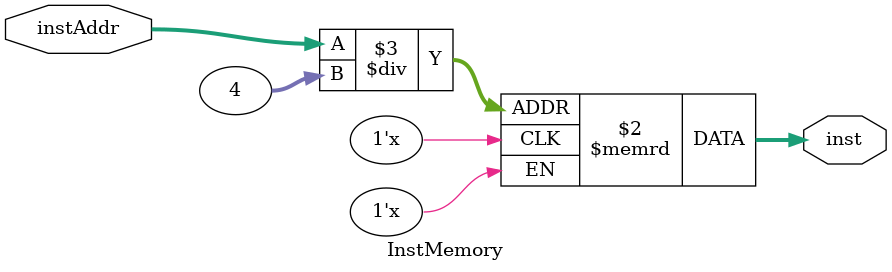
<source format=v>
`timescale 1ns / 1ps


module InstMemory(
    input [31:0] instAddr,
    output reg [31:0] inst
    );
    reg[31:0] instFile[0:1023];
    always @(instAddr) begin
        inst = instFile[instAddr/4];
        $display("instAddr:%d",instAddr);
    end
endmodule

</source>
